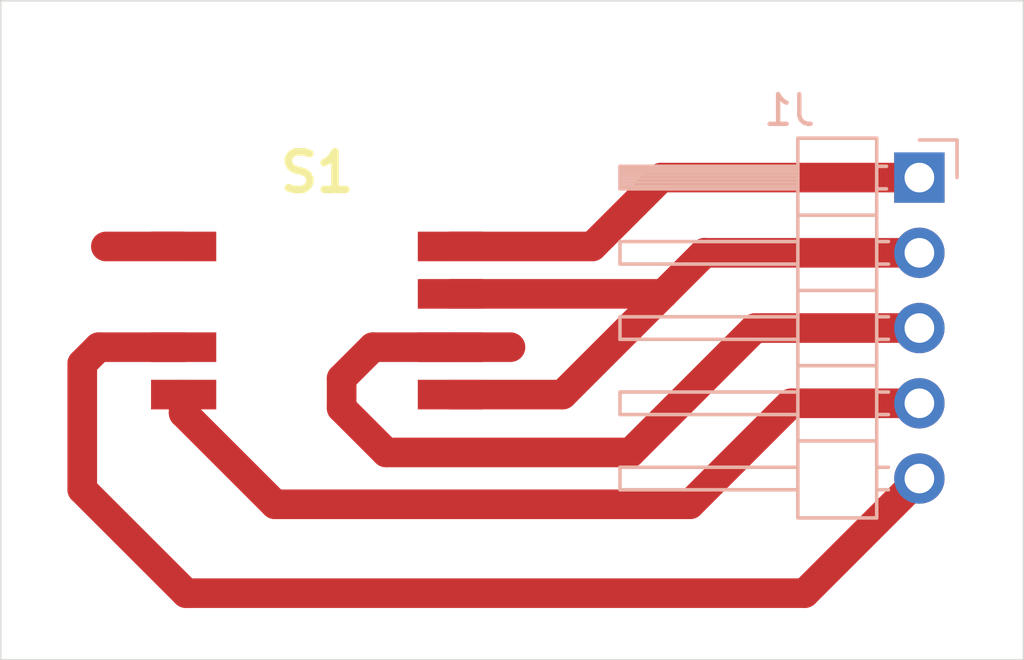
<source format=kicad_pcb>
(kicad_pcb (version 20171130) (host pcbnew 5.1.5+dfsg1-2build2)

  (general
    (thickness 1.6)
    (drawings 4)
    (tracks 28)
    (zones 0)
    (modules 2)
    (nets 7)
  )

  (page A4)
  (layers
    (0 F.Cu signal)
    (31 B.Cu signal)
    (32 B.Adhes user)
    (33 F.Adhes user)
    (34 B.Paste user)
    (35 F.Paste user)
    (36 B.SilkS user)
    (37 F.SilkS user)
    (38 B.Mask user)
    (39 F.Mask user)
    (40 Dwgs.User user)
    (41 Cmts.User user)
    (42 Eco1.User user)
    (43 Eco2.User user)
    (44 Edge.Cuts user)
    (45 Margin user)
    (46 B.CrtYd user)
    (47 F.CrtYd user)
    (48 B.Fab user)
    (49 F.Fab user)
  )

  (setup
    (last_trace_width 1)
    (user_trace_width 1)
    (trace_clearance 0.2)
    (zone_clearance 0.508)
    (zone_45_only no)
    (trace_min 0.2)
    (via_size 0.8)
    (via_drill 0.4)
    (via_min_size 0.4)
    (via_min_drill 0.3)
    (uvia_size 0.3)
    (uvia_drill 0.1)
    (uvias_allowed no)
    (uvia_min_size 0.2)
    (uvia_min_drill 0.1)
    (edge_width 0.05)
    (segment_width 0.2)
    (pcb_text_width 0.3)
    (pcb_text_size 1.5 1.5)
    (mod_edge_width 0.12)
    (mod_text_size 1 1)
    (mod_text_width 0.15)
    (pad_size 1.524 1.524)
    (pad_drill 0.762)
    (pad_to_mask_clearance 0.051)
    (solder_mask_min_width 0.25)
    (aux_axis_origin 0 0)
    (visible_elements FFFFFF7F)
    (pcbplotparams
      (layerselection 0x010a0_7fffffff)
      (usegerberextensions false)
      (usegerberattributes false)
      (usegerberadvancedattributes false)
      (creategerberjobfile false)
      (excludeedgelayer true)
      (linewidth 0.100000)
      (plotframeref false)
      (viasonmask false)
      (mode 1)
      (useauxorigin false)
      (hpglpennumber 1)
      (hpglpenspeed 20)
      (hpglpendiameter 15.000000)
      (psnegative false)
      (psa4output false)
      (plotreference true)
      (plotvalue true)
      (plotinvisibletext false)
      (padsonsilk false)
      (subtractmaskfromsilk false)
      (outputformat 1)
      (mirror false)
      (drillshape 0)
      (scaleselection 1)
      (outputdirectory "./fab/"))
  )

  (net 0 "")
  (net 1 "Net-(J1-Pad4)")
  (net 2 "Net-(J1-Pad3)")
  (net 3 "Net-(J1-Pad2)")
  (net 4 "Net-(J1-Pad1)")
  (net 5 "Net-(J1-Pad5)")
  (net 6 "Net-(S1-PadB2)")

  (net_class Default "This is the default net class."
    (clearance 0.2)
    (trace_width 0.25)
    (via_dia 0.8)
    (via_drill 0.4)
    (uvia_dia 0.3)
    (uvia_drill 0.1)
    (add_net "Net-(J1-Pad1)")
    (add_net "Net-(J1-Pad2)")
    (add_net "Net-(J1-Pad3)")
    (add_net "Net-(J1-Pad4)")
    (add_net "Net-(J1-Pad5)")
    (add_net "Net-(S1-PadB2)")
  )

  (module KiCad_imports:228EMVARGBFR (layer F.Cu) (tedit 63BAD3DD) (tstamp 634E6DC3)
    (at 121.92 82.296)
    (descr 228EMVARGBFR-2)
    (tags Switch)
    (path /634DB931)
    (fp_text reference S1 (at 0 -5) (layer F.SilkS)
      (effects (font (size 1.27 1.27) (thickness 0.254)))
    )
    (fp_text value 228EMVARGBFR (at 0 5) (layer F.SilkS) hide
      (effects (font (size 1.27 1.27) (thickness 0.254)))
    )
    (fp_line (start -9 9) (end -9 -9) (layer F.CrtYd) (width 0.12))
    (fp_line (start 9 9) (end -9 9) (layer F.CrtYd) (width 0.12))
    (fp_line (start 9 -9) (end 9 9) (layer F.CrtYd) (width 0.12))
    (fp_line (start -9 -9) (end 9 -9) (layer F.CrtYd) (width 0.12))
    (fp_line (start -3.4 -3.6) (end -3.4 3.6) (layer F.Fab) (width 0.2))
    (fp_line (start 3.4 -3.6) (end -3.4 -3.6) (layer F.Fab) (width 0.2))
    (fp_line (start 3.4 3.6) (end 3.4 -3.6) (layer F.Fab) (width 0.2))
    (fp_line (start -3.4 3.6) (end 3.4 3.6) (layer F.Fab) (width 0.2))
    (fp_text user %R (at 0 -5) (layer F.Fab)
      (effects (font (size 1.27 1.27) (thickness 0.254)))
    )
    (pad MH2 np_thru_hole circle (at 1.75 -1.7) (size 1.05 0) (drill 1.05) (layers *.Cu *.Mask))
    (pad MH1 np_thru_hole circle (at -1.75 -1.7) (size 1.05 0) (drill 1.05) (layers *.Cu *.Mask))
    (pad L4 smd rect (at -4.5 0.9 90) (size 1 2.2) (layers F.Cu F.Paste F.Mask)
      (net 5 "Net-(J1-Pad5)"))
    (pad L3 smd rect (at -4.5 2.5 90) (size 1 2.2) (layers F.Cu F.Paste F.Mask)
      (net 1 "Net-(J1-Pad4)"))
    (pad L2 smd rect (at 4.5 0.9 90) (size 1 2.2) (layers F.Cu F.Paste F.Mask)
      (net 2 "Net-(J1-Pad3)"))
    (pad L1 smd rect (at 4.5 2.5 90) (size 1 2.2) (layers F.Cu F.Paste F.Mask)
      (net 3 "Net-(J1-Pad2)"))
    (pad B2 smd rect (at -4.5 -2.5 90) (size 1 2.2) (layers F.Cu F.Paste F.Mask)
      (net 6 "Net-(S1-PadB2)"))
    (pad B1 smd rect (at 4.5 -2.5 90) (size 1 2.2) (layers F.Cu F.Paste F.Mask)
      (net 4 "Net-(J1-Pad1)"))
    (pad A1 smd rect (at 4.5 -0.9 90) (size 1 2.2) (layers F.Cu F.Paste F.Mask)
      (net 3 "Net-(J1-Pad2)"))
    (model 228EMVARGBFR.stp
      (at (xyz 0 0 0))
      (scale (xyz 1 1 1))
      (rotate (xyz 0 0 0))
    )
  )

  (module Connector_PinHeader_2.54mm:PinHeader_1x05_P2.54mm_Horizontal (layer B.Cu) (tedit 59FED5CB) (tstamp 634E6A42)
    (at 142.24 77.47 180)
    (descr "Through hole angled pin header, 1x05, 2.54mm pitch, 6mm pin length, single row")
    (tags "Through hole angled pin header THT 1x05 2.54mm single row")
    (path /63BAF900)
    (fp_text reference J1 (at 4.385 2.27) (layer B.SilkS)
      (effects (font (size 1 1) (thickness 0.15)) (justify mirror))
    )
    (fp_text value Conn_01x05 (at 4.385 -12.43) (layer B.Fab)
      (effects (font (size 1 1) (thickness 0.15)) (justify mirror))
    )
    (fp_text user %R (at 2.77 -5.08 270) (layer B.Fab)
      (effects (font (size 1 1) (thickness 0.15)) (justify mirror))
    )
    (fp_line (start 10.55 1.8) (end -1.8 1.8) (layer B.CrtYd) (width 0.05))
    (fp_line (start 10.55 -11.95) (end 10.55 1.8) (layer B.CrtYd) (width 0.05))
    (fp_line (start -1.8 -11.95) (end 10.55 -11.95) (layer B.CrtYd) (width 0.05))
    (fp_line (start -1.8 1.8) (end -1.8 -11.95) (layer B.CrtYd) (width 0.05))
    (fp_line (start -1.27 1.27) (end 0 1.27) (layer B.SilkS) (width 0.12))
    (fp_line (start -1.27 0) (end -1.27 1.27) (layer B.SilkS) (width 0.12))
    (fp_line (start 1.042929 -10.54) (end 1.44 -10.54) (layer B.SilkS) (width 0.12))
    (fp_line (start 1.042929 -9.78) (end 1.44 -9.78) (layer B.SilkS) (width 0.12))
    (fp_line (start 10.1 -10.54) (end 4.1 -10.54) (layer B.SilkS) (width 0.12))
    (fp_line (start 10.1 -9.78) (end 10.1 -10.54) (layer B.SilkS) (width 0.12))
    (fp_line (start 4.1 -9.78) (end 10.1 -9.78) (layer B.SilkS) (width 0.12))
    (fp_line (start 1.44 -8.89) (end 4.1 -8.89) (layer B.SilkS) (width 0.12))
    (fp_line (start 1.042929 -8) (end 1.44 -8) (layer B.SilkS) (width 0.12))
    (fp_line (start 1.042929 -7.24) (end 1.44 -7.24) (layer B.SilkS) (width 0.12))
    (fp_line (start 10.1 -8) (end 4.1 -8) (layer B.SilkS) (width 0.12))
    (fp_line (start 10.1 -7.24) (end 10.1 -8) (layer B.SilkS) (width 0.12))
    (fp_line (start 4.1 -7.24) (end 10.1 -7.24) (layer B.SilkS) (width 0.12))
    (fp_line (start 1.44 -6.35) (end 4.1 -6.35) (layer B.SilkS) (width 0.12))
    (fp_line (start 1.042929 -5.46) (end 1.44 -5.46) (layer B.SilkS) (width 0.12))
    (fp_line (start 1.042929 -4.7) (end 1.44 -4.7) (layer B.SilkS) (width 0.12))
    (fp_line (start 10.1 -5.46) (end 4.1 -5.46) (layer B.SilkS) (width 0.12))
    (fp_line (start 10.1 -4.7) (end 10.1 -5.46) (layer B.SilkS) (width 0.12))
    (fp_line (start 4.1 -4.7) (end 10.1 -4.7) (layer B.SilkS) (width 0.12))
    (fp_line (start 1.44 -3.81) (end 4.1 -3.81) (layer B.SilkS) (width 0.12))
    (fp_line (start 1.042929 -2.92) (end 1.44 -2.92) (layer B.SilkS) (width 0.12))
    (fp_line (start 1.042929 -2.16) (end 1.44 -2.16) (layer B.SilkS) (width 0.12))
    (fp_line (start 10.1 -2.92) (end 4.1 -2.92) (layer B.SilkS) (width 0.12))
    (fp_line (start 10.1 -2.16) (end 10.1 -2.92) (layer B.SilkS) (width 0.12))
    (fp_line (start 4.1 -2.16) (end 10.1 -2.16) (layer B.SilkS) (width 0.12))
    (fp_line (start 1.44 -1.27) (end 4.1 -1.27) (layer B.SilkS) (width 0.12))
    (fp_line (start 1.11 -0.38) (end 1.44 -0.38) (layer B.SilkS) (width 0.12))
    (fp_line (start 1.11 0.38) (end 1.44 0.38) (layer B.SilkS) (width 0.12))
    (fp_line (start 4.1 -0.28) (end 10.1 -0.28) (layer B.SilkS) (width 0.12))
    (fp_line (start 4.1 -0.16) (end 10.1 -0.16) (layer B.SilkS) (width 0.12))
    (fp_line (start 4.1 -0.04) (end 10.1 -0.04) (layer B.SilkS) (width 0.12))
    (fp_line (start 4.1 0.08) (end 10.1 0.08) (layer B.SilkS) (width 0.12))
    (fp_line (start 4.1 0.2) (end 10.1 0.2) (layer B.SilkS) (width 0.12))
    (fp_line (start 4.1 0.32) (end 10.1 0.32) (layer B.SilkS) (width 0.12))
    (fp_line (start 10.1 -0.38) (end 4.1 -0.38) (layer B.SilkS) (width 0.12))
    (fp_line (start 10.1 0.38) (end 10.1 -0.38) (layer B.SilkS) (width 0.12))
    (fp_line (start 4.1 0.38) (end 10.1 0.38) (layer B.SilkS) (width 0.12))
    (fp_line (start 4.1 1.33) (end 1.44 1.33) (layer B.SilkS) (width 0.12))
    (fp_line (start 4.1 -11.49) (end 4.1 1.33) (layer B.SilkS) (width 0.12))
    (fp_line (start 1.44 -11.49) (end 4.1 -11.49) (layer B.SilkS) (width 0.12))
    (fp_line (start 1.44 1.33) (end 1.44 -11.49) (layer B.SilkS) (width 0.12))
    (fp_line (start 4.04 -10.48) (end 10.04 -10.48) (layer B.Fab) (width 0.1))
    (fp_line (start 10.04 -9.84) (end 10.04 -10.48) (layer B.Fab) (width 0.1))
    (fp_line (start 4.04 -9.84) (end 10.04 -9.84) (layer B.Fab) (width 0.1))
    (fp_line (start -0.32 -10.48) (end 1.5 -10.48) (layer B.Fab) (width 0.1))
    (fp_line (start -0.32 -9.84) (end -0.32 -10.48) (layer B.Fab) (width 0.1))
    (fp_line (start -0.32 -9.84) (end 1.5 -9.84) (layer B.Fab) (width 0.1))
    (fp_line (start 4.04 -7.94) (end 10.04 -7.94) (layer B.Fab) (width 0.1))
    (fp_line (start 10.04 -7.3) (end 10.04 -7.94) (layer B.Fab) (width 0.1))
    (fp_line (start 4.04 -7.3) (end 10.04 -7.3) (layer B.Fab) (width 0.1))
    (fp_line (start -0.32 -7.94) (end 1.5 -7.94) (layer B.Fab) (width 0.1))
    (fp_line (start -0.32 -7.3) (end -0.32 -7.94) (layer B.Fab) (width 0.1))
    (fp_line (start -0.32 -7.3) (end 1.5 -7.3) (layer B.Fab) (width 0.1))
    (fp_line (start 4.04 -5.4) (end 10.04 -5.4) (layer B.Fab) (width 0.1))
    (fp_line (start 10.04 -4.76) (end 10.04 -5.4) (layer B.Fab) (width 0.1))
    (fp_line (start 4.04 -4.76) (end 10.04 -4.76) (layer B.Fab) (width 0.1))
    (fp_line (start -0.32 -5.4) (end 1.5 -5.4) (layer B.Fab) (width 0.1))
    (fp_line (start -0.32 -4.76) (end -0.32 -5.4) (layer B.Fab) (width 0.1))
    (fp_line (start -0.32 -4.76) (end 1.5 -4.76) (layer B.Fab) (width 0.1))
    (fp_line (start 4.04 -2.86) (end 10.04 -2.86) (layer B.Fab) (width 0.1))
    (fp_line (start 10.04 -2.22) (end 10.04 -2.86) (layer B.Fab) (width 0.1))
    (fp_line (start 4.04 -2.22) (end 10.04 -2.22) (layer B.Fab) (width 0.1))
    (fp_line (start -0.32 -2.86) (end 1.5 -2.86) (layer B.Fab) (width 0.1))
    (fp_line (start -0.32 -2.22) (end -0.32 -2.86) (layer B.Fab) (width 0.1))
    (fp_line (start -0.32 -2.22) (end 1.5 -2.22) (layer B.Fab) (width 0.1))
    (fp_line (start 4.04 -0.32) (end 10.04 -0.32) (layer B.Fab) (width 0.1))
    (fp_line (start 10.04 0.32) (end 10.04 -0.32) (layer B.Fab) (width 0.1))
    (fp_line (start 4.04 0.32) (end 10.04 0.32) (layer B.Fab) (width 0.1))
    (fp_line (start -0.32 -0.32) (end 1.5 -0.32) (layer B.Fab) (width 0.1))
    (fp_line (start -0.32 0.32) (end -0.32 -0.32) (layer B.Fab) (width 0.1))
    (fp_line (start -0.32 0.32) (end 1.5 0.32) (layer B.Fab) (width 0.1))
    (fp_line (start 1.5 0.635) (end 2.135 1.27) (layer B.Fab) (width 0.1))
    (fp_line (start 1.5 -11.43) (end 1.5 0.635) (layer B.Fab) (width 0.1))
    (fp_line (start 4.04 -11.43) (end 1.5 -11.43) (layer B.Fab) (width 0.1))
    (fp_line (start 4.04 1.27) (end 4.04 -11.43) (layer B.Fab) (width 0.1))
    (fp_line (start 2.135 1.27) (end 4.04 1.27) (layer B.Fab) (width 0.1))
    (pad 5 thru_hole oval (at 0 -10.16 180) (size 1.7 1.7) (drill 1) (layers *.Cu *.Mask)
      (net 5 "Net-(J1-Pad5)"))
    (pad 4 thru_hole oval (at 0 -7.62 180) (size 1.7 1.7) (drill 1) (layers *.Cu *.Mask)
      (net 1 "Net-(J1-Pad4)"))
    (pad 3 thru_hole oval (at 0 -5.08 180) (size 1.7 1.7) (drill 1) (layers *.Cu *.Mask)
      (net 2 "Net-(J1-Pad3)"))
    (pad 2 thru_hole oval (at 0 -2.54 180) (size 1.7 1.7) (drill 1) (layers *.Cu *.Mask)
      (net 3 "Net-(J1-Pad2)"))
    (pad 1 thru_hole rect (at 0 0 180) (size 1.7 1.7) (drill 1) (layers *.Cu *.Mask)
      (net 4 "Net-(J1-Pad1)"))
    (model ${KISYS3DMOD}/Connector_PinHeader_2.54mm.3dshapes/PinHeader_1x05_P2.54mm_Horizontal.wrl
      (at (xyz 0 0 0))
      (scale (xyz 1 1 1))
      (rotate (xyz 0 0 0))
    )
  )

  (gr_line (start 111.25 93.75) (end 111.25 71.5) (layer Edge.Cuts) (width 0.05) (tstamp 63BB3539))
  (gr_line (start 145.75 93.75) (end 111.25 93.75) (layer Edge.Cuts) (width 0.05))
  (gr_line (start 145.75 71.5) (end 145.75 93.75) (layer Edge.Cuts) (width 0.05))
  (gr_line (start 111.25 71.5) (end 145.75 71.5) (layer Edge.Cuts) (width 0.05))

  (segment (start 117.42 84.796) (end 117.42 85.42) (width 1) (layer F.Cu) (net 1))
  (segment (start 117.42 85.42) (end 120.5 88.5) (width 1) (layer F.Cu) (net 1))
  (segment (start 120.5 88.5) (end 134.5 88.5) (width 1) (layer F.Cu) (net 1))
  (segment (start 137.91 85.09) (end 142.24 85.09) (width 1) (layer F.Cu) (net 1))
  (segment (start 134.5 88.5) (end 137.91 85.09) (width 1) (layer F.Cu) (net 1))
  (segment (start 126.42 83.196) (end 123.804 83.196) (width 1) (layer F.Cu) (net 2))
  (segment (start 123.804 83.196) (end 122.75 84.25) (width 1) (layer F.Cu) (net 2))
  (segment (start 122.75 84.25) (end 122.75 85.25) (width 1) (layer F.Cu) (net 2))
  (segment (start 122.75 85.25) (end 124.25 86.75) (width 1) (layer F.Cu) (net 2))
  (segment (start 124.25 86.75) (end 132.5 86.75) (width 1) (layer F.Cu) (net 2))
  (segment (start 136.7 82.55) (end 142.24 82.55) (width 1) (layer F.Cu) (net 2))
  (segment (start 132.5 86.75) (end 136.7 82.55) (width 1) (layer F.Cu) (net 2))
  (segment (start 126.42 83.196) (end 128.446 83.196) (width 1) (layer F.Cu) (net 2))
  (segment (start 126.42 81.396) (end 133.604 81.396) (width 1) (layer F.Cu) (net 3))
  (segment (start 134.99 80.01) (end 142.24 80.01) (width 1) (layer F.Cu) (net 3))
  (segment (start 133.604 81.396) (end 134.99 80.01) (width 1) (layer F.Cu) (net 3))
  (segment (start 130.204 84.796) (end 133.604 81.396) (width 1) (layer F.Cu) (net 3))
  (segment (start 126.42 84.796) (end 130.204 84.796) (width 1) (layer F.Cu) (net 3))
  (segment (start 126.42 79.796) (end 131.204 79.796) (width 1) (layer F.Cu) (net 4))
  (segment (start 133.53 77.47) (end 142.24 77.47) (width 1) (layer F.Cu) (net 4))
  (segment (start 131.204 79.796) (end 133.53 77.47) (width 1) (layer F.Cu) (net 4))
  (segment (start 117.42 83.196) (end 114.554 83.196) (width 1) (layer F.Cu) (net 5))
  (segment (start 114.554 83.196) (end 114 83.75) (width 1) (layer F.Cu) (net 5))
  (segment (start 114 83.75) (end 114 88) (width 1) (layer F.Cu) (net 5))
  (segment (start 114 88) (end 117.5 91.5) (width 1) (layer F.Cu) (net 5))
  (segment (start 138.37 91.5) (end 142.24 87.63) (width 1) (layer F.Cu) (net 5))
  (segment (start 117.5 91.5) (end 138.37 91.5) (width 1) (layer F.Cu) (net 5))
  (segment (start 117.42 79.796) (end 114.796 79.796) (width 1) (layer F.Cu) (net 6))

)

</source>
